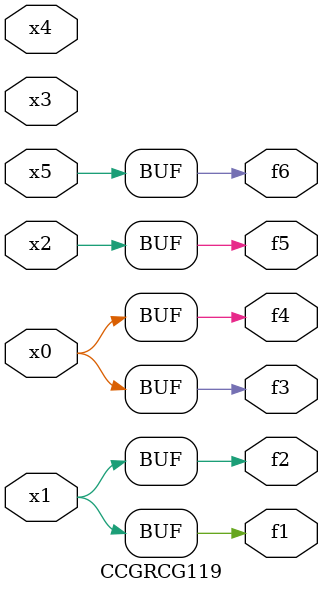
<source format=v>
module CCGRCG119(
	input x0, x1, x2, x3, x4, x5,
	output f1, f2, f3, f4, f5, f6
);
	assign f1 = x1;
	assign f2 = x1;
	assign f3 = x0;
	assign f4 = x0;
	assign f5 = x2;
	assign f6 = x5;
endmodule

</source>
